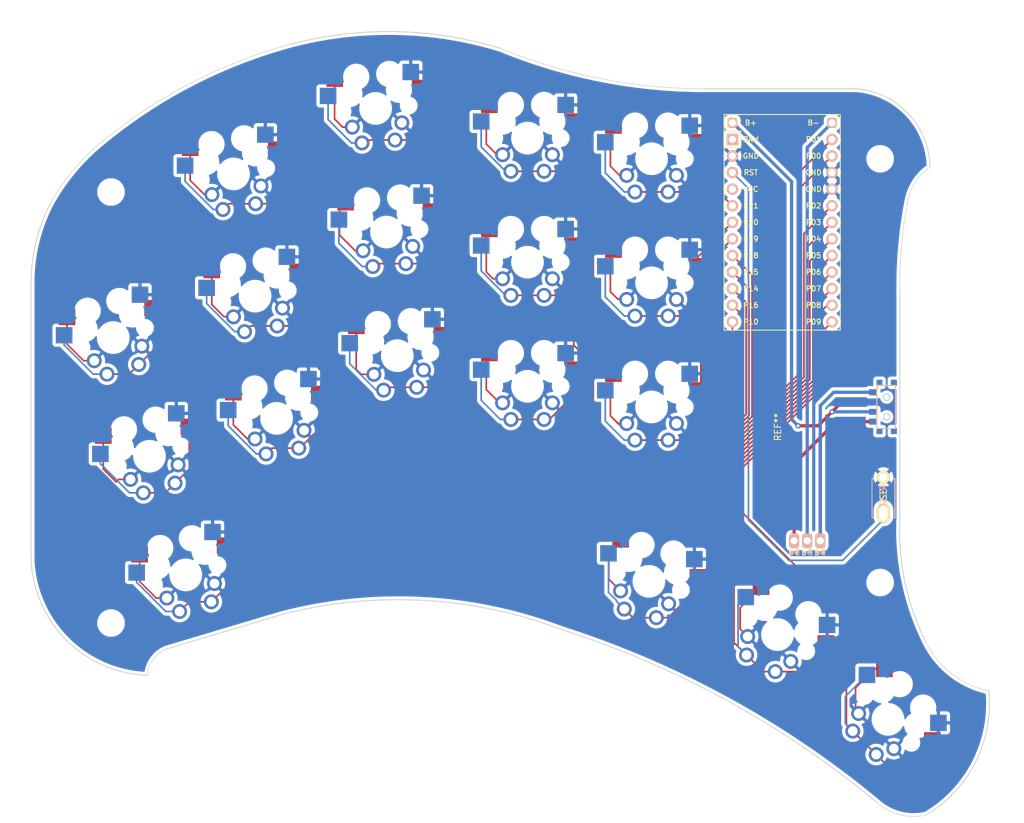
<source format=kicad_pcb>
(kicad_pcb (version 20211014) (generator pcbnew)
  (title_block (title "owl_generated") (rev "v1.0.0") (company "Unknown"))
  (layers (0 "F.Cu" signal) (31 "B.Cu" signal) (34 "B.Paste" user) (35 "F.Paste" user) (36 "B.SilkS" user "B.Silkscreen") (37 "F.SilkS" user "F.Silkscreen") (38 "B.Mask" user) (39 "F.Mask" user) (44 "Edge.Cuts" user))
  (net 0 "")
  (net 1 "P6")
  (net 2 "GND")
  (net 3 "P5")
  (net 4 "P4")
  (net 5 "P3")
  (net 6 "P2")
  (net 7 "P0")
  (net 8 "P1")
  (net 9 "P18")
  (net 10 "P15")
  (net 11 "P14")
  (net 12 "P16")
  (net 13 "P10")
  (net 14 "P19")
  (net 15 "P20")
  (net 16 "P21")
  (net 17 "P7")
  (net 18 "P8")
  (net 19 "P9")
  (net 20 "RAW")
  (net 21 "RST")
  (net 22 "VCC")
  (net 23 "Braw")
  (net 24 "Bplus")
  (net 25 "Bminus")
  (footprint "E73:SPDT_C128955" (layer "F.Cu") (at 169.768682 -74.888168 -90)
    (fp_text reference "T1" hide)
    (fp_text value "" hide)
  )
  (footprint "Library:bat" (layer "F.Cu") (at 157.6 -54.4)
    (fp_text reference "" hide)
    (fp_text value "" hide)
  )
  (footprint "kbd:ResetSW" (layer "F.Cu") (at 169.268682 -60.888168 -90)
    (fp_text reference "B1" hide)
    (fp_text value "")
  )
  (footprint "MX" (layer "F.Cu") (at 56.889875 -67.339581 17)
    (fp_text reference "S3" hide)
    (fp_text value "" hide)
  )
  (footprint "MX" (layer "F.Cu") (at 153.051105 -40.030285 150)
    (fp_text reference "S34" hide)
    (fp_text value "" hide)
  )
  (footprint "MX" (layer "F.Cu") (at 62.444938 -49.16979 -163)
    (fp_text reference "S2" hide)
    (fp_text value "" hide)
  )
  (footprint "MX" (layer "F.Cu") (at 93.172512 -101.668094 5)
    (fp_text reference "S15" hide)
    (fp_text value "" hide)
  )
  (footprint "Library:ProMicro" (layer "F.Cu") (at 153.768682 -101.888168 -90)
    (fp_text reference "MCU1" hide)
    (fp_text value "" hide)
  )
  (footprint "SMDPad" (layer "F.Cu") (at 168.768682 -112.888168)
    (fp_text reference "MOUNTING_PAD2" hide)
    (fp_text value "" hide)
  )
  (footprint "MX" (layer "F.Cu") (at 133.768682 -93.888168 180)
    (fp_text reference "S28" hide)
    (fp_text value "" hide)
  )
  (footprint "MX" (layer "F.Cu") (at 91.516553 -120.595793 -175)
    (fp_text reference "S18" hide)
    (fp_text value "" hide)
  )
  (footprint "MX" (layer "F.Cu") (at 76.359108 -73.143828 10)
    (fp_text reference "S7" hide)
    (fp_text value "" hide)
  )
  (footprint "SMDPad" (layer "F.Cu") (at 168.768682 -48)
    (fp_text reference "MOUNTING_PAD1" hide)
    (fp_text value "" hide)
  )
  (footprint "MX" (layer "F.Cu") (at 133.768682 -93.888168)
    (fp_text reference "S27" hide)
    (fp_text value "" hide)
  )
  (footprint "MX" (layer "F.Cu") (at 133.768682 -74.888168 180)
    (fp_text reference "S26" hide)
    (fp_text value "" hide)
  )
  (footprint "MX" (layer "F.Cu") (at 133.356349 -48.18812 -15)
    (fp_text reference "S31" hide)
    (fp_text value "" hide)
  )
  (footprint "SMDPad" (layer "F.Cu") (at 51 -41.8 -17)
    (fp_text reference "MOUNTING_PAD4" hide)
    (fp_text value "" hide)
  )
  (footprint "MX" (layer "F.Cu") (at 114.768682 -116.054834 180)
    (fp_text reference "S24" hide)
    (fp_text value "" hide)
  )
  (footprint "MX" (layer "F.Cu") (at 51.334813 -85.509371 17)
    (fp_text reference "S5" hide)
    (fp_text value "" hide)
  )
  (footprint "MX" (layer "F.Cu") (at 73.059792 -91.855176 -170)
    (fp_text reference "S10" hide)
    (fp_text value "" hide)
  )
  (footprint "SMDPad" (layer "F.Cu") (at 51 -107.8 -17)
    (fp_text reference "MOUNTING_PAD3" hide)
    (fp_text value "" hide)
  )
  (footprint "MX" (layer "F.Cu") (at 93.172512 -101.668094 -175)
    (fp_text reference "S16" hide)
    (fp_text value "" hide)
  )
  (footprint "MX" (layer "F.Cu") (at 56.889875 -67.339581 -163)
    (fp_text reference "S4" hide)
    (fp_text value "" hide)
  )
  (footprint "MX" (layer "F.Cu") (at 169.963375 -27.053044 135)
    (fp_text reference "S36" hide)
    (fp_text value "" hide)
  )
  (footprint "MX" (layer "F.Cu") (at 114.768682 -97.054834)
    (fp_text reference "S21" hide)
    (fp_text value "" hide)
  )
  (footprint "MX" (layer "F.Cu") (at 153.051105 -40.030285 -30)
    (fp_text reference "S33" hide)
    (fp_text value "" hide)
  )
  (footprint "MX" (layer "F.Cu") (at 133.768682 -112.888168 180)
    (fp_text reference "S30" hide)
    (fp_text value "" hide)
  )
  (footprint "MX" (layer "F.Cu") (at 133.768682 -74.888168)
    (fp_text reference "S25" hide)
    (fp_text value "" hide)
  )
  (footprint "MX" (layer "F.Cu") (at 114.768682 -116.054834)
    (fp_text reference "S23" hide)
    (fp_text value "" hide)
  )
  (footprint "MX" (layer "F.Cu") (at 69.760477 -110.566523 10)
    (fp_text reference "S11" hide)
    (fp_text value "" hide)
  )
  (footprint "MX" (layer "F.Cu") (at 114.768682 -97.054834 180)
    (fp_text reference "S22" hide)
    (fp_text value "" hide)
  )
  (footprint "MX" (layer "F.Cu") (at 73.059792 -91.855176 10)
    (fp_text reference "S9" hide)
    (fp_text value "" hide)
  )
  (footprint "MX" (layer "F.Cu") (at 133.356349 -48.18812 165)
    (fp_text reference "S32" hide)
    (fp_text value "" hide)
  )
  (footprint "MX" (layer "F.Cu") (at 133.768682 -112.888168)
    (fp_text reference "S29" hide)
    (fp_text value "" hide)
  )
  (footprint "MX" (layer "F.Cu") (at 169.963375 -27.053044 -45)
    (fp_text reference "S35" hide)
    (fp_text value "" hide)
  )
  (footprint "MX" (layer "F.Cu") (at 51.334813 -85.509371 -163)
    (fp_text reference "S6" hide)
    (fp_text value "" hide)
  )
  (footprint "MX" (layer "F.Cu") (at 69.760477 -110.566523 -170)
    (fp_text reference "S12" hide)
    (fp_text value "" hide)
  )
  (footprint "MX" (layer "F.Cu") (at 114.768682 -78.054834 180)
    (fp_text reference "S20" hide)
    (fp_text value "" hide)
  )
  (footprint "MX" (layer "F.Cu") (at 91.516553 -120.595793 5)
    (fp_text reference "S17" hide)
    (fp_text value "" hide)
  )
  (footprint "MX" (layer "F.Cu") (at 62.444938 -49.16979 17)
    (fp_text reference "S1" hide)
    (fp_text value "" hide)
  )
  (footprint "MX" (layer "F.Cu") (at 114.768682 -78.054834)
    (fp_text reference "S19" hide)
    (fp_text value "" hide)
  )
  (footprint "MX" (layer "F.Cu") (at 94.828471 -82.740394 5)
    (fp_text reference "S13" hide)
    (fp_text value "" hide)
  )
  (footprint "MX" (layer "F.Cu") (at 76.359108 -73.143828 -170)
    (fp_text reference "S8" hide)
    (fp_text value "" hide)
  )
  (footprint "E73:SPDT_C128955" (layer "F.Cu") (at 169.768682 -74.888168 -90)
    (fp_text reference "T2" hide)
    (fp_text value "" hide)
  )
  (footprint "Library:battery layout" (layer "F.Cu") (at 153.6 -71.8 90)
    (fp_text reference "REF**")
    (fp_text value "battery layout")
  )
  (footprint "MX" (layer "F.Cu") (at 94.828471 -82.740394 -175)
    (fp_text reference "S14" hide)
    (fp_text value "" hide)
  )
  (gr_arc (start 185.4 -31.4) (mid 179.752958 -34.001135) (end 175.8 -38.8) (layer "Edge.Cuts") (width 0.1))
  (gr_arc (start 171.768682 -92.8) (mid 172.049729 -99.630295) (end 173 -106.4) (layer "Edge.Cuts") (width 0.1))
  (gr_line (start 38.768682 -90.356114) (end 38.768682 -52.8) (layer "Edge.Cuts") (width 0.15))
  (gr_arc (start 76.8 -43) (mid 98.572502 -45.287309) (end 120 -40.8) (layer "Edge.Cuts") (width 0.15))
  (gr_line (start 38.768682 -93.8) (end 38.768682 -92.03172) (layer "Edge.Cuts") (width 0.15))
  (gr_arc (start 141.8 -123.6) (mid 125.899309 -125.186844) (end 110.6 -129.8) (layer "Edge.Cuts") (width 0.1))
  (gr_arc (start 41.8 -106.2) (mid 44.931351 -110.800064) (end 48.8 -114.8) (layer "Edge.Cuts") (width 0.1))
  (gr_arc (start 38.768682 -93.8) (mid 39.521849 -100.1864) (end 41.8 -106.2) (layer "Edge.Cuts") (width 0.15))
  (gr_arc (start 120 -40.8) (mid 145.364718 -29.909068) (end 168.2 -14.4) (layer "Edge.Cuts") (width 0.15))
  (gr_arc (start 175.8 -38.8) (mid 172.573527 -48.043096) (end 171.768682 -57.8) (layer "Edge.Cuts") (width 0.15))
  (gr_arc (start 56.6 -33.8) (mid 43.750353 -39.609512) (end 38.768682 -52.8) (layer "Edge.Cuts") (width 0.15))
  (gr_line (start 59.4 -37.8) (end 76.8 -43) (layer "Edge.Cuts") (width 0.15))
  (gr_arc (start 48.8 -114.8) (mid 62.743036 -124.226035) (end 78.4 -130.4) (layer "Edge.Cuts") (width 0.1))
  (gr_line (start 171.768682 -57.8) (end 171.768682 -92.8) (layer "Edge.Cuts") (width 0.15))
  (gr_arc (start 78.4 -130.4) (mid 94.537786 -132.356495) (end 110.6 -129.8) (layer "Edge.Cuts") (width 0.15))
  (gr_arc (start 175.8 -12.4) (mid 171.752461 -12.459353) (end 168.2 -14.4) (layer "Edge.Cuts") (width 0.1))
  (gr_line (start 38.768682 -90.356114) (end 38.768682 -92.03172) (layer "Edge.Cuts") (width 0.15))
  (gr_arc (start 185.4 -31.4) (mid 183.375531 -20.497626) (end 175.8 -12.4) (layer "Edge.Cuts") (width 0.15))
  (gr_arc (start 173 -106.4) (mid 174.170522 -109.346197) (end 176.4 -111.6) (layer "Edge.Cuts") (width 0.1))
  (gr_arc (start 165.2 -123.6) (mid 173.115141 -119.760798) (end 176.4 -111.6) (layer "Edge.Cuts") (width 0.15))
  (gr_arc (start 56.6 -33.8) (mid 57.428682 -36.199923) (end 59.4 -37.8) (layer "Edge.Cuts") (width 0.1))
  (gr_line (start 165.2 -123.6) (end 141.8 -123.6) (layer "Edge.Cuts") (width 0.15))
  (segment (start 68.477733 -52.122267) (end 70 -50.6) (width 0.25) (layer "F.Cu") (net 1))
  (segment (start 140.800356 -60.6) (end 158.9 -78.699644) (width 0.25) (layer "F.Cu") (net 1))
  (segment (start 68.477733 -54.077733) (end 75 -60.6) (width 0.25) (layer "F.Cu") (net 1))
  (segment (start 158.9 -78.699644) (end 158.9 -93.049486) (width 0.25) (layer "F.Cu") (net 1))
  (segment (start 70 -48.695186) (end 66.3592 -45.054386) (width 0.25) (layer "F.Cu") (net 1))
  (segment (start 158.9 -93.049486) (end 161.388682 -95.538168) (width 0.25) (layer "F.Cu") (net 1))
  (segment (start 66.3592 -45.054386) (end 62.98642 -45.054386) (width 0.25) (layer "F.Cu") (net 1))
  (segment (start 70 -50.6) (end 70 -48.695186) (width 0.25) (layer "F.Cu") (net 1))
  (segment (start 75 -60.6) (end 140.800356 -60.6) (width 0.25) (layer "F.Cu") (net 1))
  (segment (start 62.98642 -45.054386) (end 61.501172 -43.569138) (width 0.25) (layer "F.Cu") (net 1))
  (segment (start 68.477733 -53.670258) (end 68.477733 -54.077733) (width 0.25) (layer "F.Cu") (net 1))
  (segment (start 68.477733 -53.670258) (end 68.477733 -52.122267) (width 0.25) (layer "F.Cu") (net 1))
  (segment (start 59.385108 -43.569138) (end 61.501172 -43.569138) (width 0.25) (layer "B.Cu") (net 1))
  (segment (start 54.926895 -48.027351) (end 59.385108 -43.569138) (width 0.25) (layer "B.Cu") (net 1))
  (segment (start 54.926895 -49.527351) (end 54.926895 -48.027351) (width 0.25) (layer "B.Cu") (net 1))
  (segment (start 127.223545 -48.515995) (end 129.018771 -46.720769) (width 0.25) (layer "F.Cu") (net 2))
  (segment (start 165 -31.876504) (end 165 -28.424317) (width 0.25) (layer "F.Cu") (net 2))
  (segment (start 57.910926 -45.62684) (end 59.544041 -45.62684) (width 0.25) (layer "F.Cu") (net 2))
  (segment (start 147.338548 -44.157457) (end 150.531785 -47.350694) (width 0.25) (layer "F.Cu") (net 2))
  (segment (start 88.56595 -87.291899) (end 88.541901 -87.26785) (width 0.25) (layer "F.Cu") (net 2))
  (segment (start 148.481548 -39.73558) (end 147.338548 -40.87858) (width 0.25) (layer "F.Cu") (net 2))
  (segment (start 85.229983 -118.970017) (end 86.466605 -117.733395) (width 0.25) (layer "F.Cu") (net 2))
  (segment (start 89.322004 -79.877996) (end 91.254345 -79.877996) (width 0.25) (layer "F.Cu") (net 2))
  (segment (start 128.5 -72.5) (end 128.8 -72.2) (width 0.25) (layer "F.Cu") (net 2))
  (segment (start 86 -105.309608) (end 86 -101.2) (width 0.25) (layer "F.Cu") (net 2))
  (segment (start 44.262832 -84.50439) (end 46.800801 -81.966421) (width 0.25) (layer "F.Cu") (net 2))
  (segment (start 127.462781 -92.537219) (end 128.6 -91.4) (width 0.25) (layer "F.Cu") (net 2))
  (segment (start 128.651832 -72.348168) (end 129.958682 -72.348168) (width 0.25) (layer "F.Cu") (net 2))
  (segment (start 88.541901 -87.26785) (end 88.541901 -80.658099) (width 0.25) (layer "F.Cu") (net 2))
  (segment (start 127.223545 -52.802378) (end 127.223545 -48.515995) (width 0.25) (layer "F.Cu") (net 2))
  (segment (start 128.5 -72.5) (end 128.651832 -72.348168) (width 0.25) (layer "F.Cu") (net 2))
  (segment (start 108.462781 -120.670933) (end 108.462781 -115.137219) (width 0.25) (layer "F.Cu") (net 2))
  (segment (start 108.462781 -77.547049) (end 110.494996 -75.514834) (width 0.25) (layer "F.Cu") (net 2))
  (segment (start 127.462781 -73.537219) (end 128.5 -72.5) (width 0.25) (layer "F.Cu") (net 2))
  (segment (start 108.926682 -83.134834) (end 108.462781 -82.670933) (width 0.25) (layer "F.Cu") (net 2))
  (segment (start 86.466605 -117.733395) (end 87.942427 -117.733395) (width 0.25) (layer "F.Cu") (net 2))
  (segment (start 69.723728 -77.132199) (end 69.723728 -72.160566) (width 0.25) (layer "F.Cu") (net 2))
  (segment (start 46.800801 -81.966421) (end 48.433916 -81.966421) (width 0.25) (layer "F.Cu") (net 2))
  (segment (start 55.372957 -52.319783) (end 55.372957 -48.164809) (width 0.25) (layer "F.Cu") (net 2))
  (segment (start 65.304846 -107.403512) (end 66.449426 -107.403512) (width 0.25) (layer "F.Cu") (net 2))
  (segment (start 165 -28.424317) (end 165.473247 -27.95107) (width 0.25) (layer "F.Cu") (net 2))
  (segment (start 147.338548 -40.87858) (end 147.338548 -44.157457) (width 0.25) (layer "F.Cu") (net 2))
  (segment (start 129.90685 -91.4) (end 129.958682 -91.348168) (width 0.25) (layer "F.Cu") (net 2))
  (segment (start 127.462781 -79.504267) (end 127.462781 -73.537219) (width 0.25) (layer "F.Cu") (net 2))
  (segment (start 49.817894 -70.489574) (end 49.817894 -65.382106) (width 0.25) (layer "F.Cu") (net 2))
  (segment (start 108.926682 -121.134834) (end 108.462781 -120.670933) (width 0.25) (layer "F.Cu") (net 2))
  (segment (start 127.462781 -111.737219) (end 128.8 -110.4) (width 0.25) (layer "F.Cu") (net 2))
  (segment (start 52.196631 -63.796631) (end 53.988978 -63.796631) (width 0.25) (layer "F.Cu") (net 2))
  (segment (start 85.254032 -125.147298) (end 85.229983 -125.123249) (width 0.25) (layer "F.Cu") (net 2))
  (segment (start 71.903477 -69.980817) (end 73.048057 -69.980817) (width 0.25) (layer "F.Cu") (net 2))
  (segment (start 129.028211 -54.607044) (end 127.223545 -52.802378) (width 0.25) (layer "F.Cu") (net 2))
  (segment (start 110.494996 -75.514834) (end 110.958682 -75.514834) (width 0.25) (layer "F.Cu") (net 2))
  (segment (start 44.262832 -88.659364) (end 44.262832 -84.50439) (width 0.25) (layer "F.Cu") (net 2))
  (segment (start 108.462781 -115.137219) (end 110.085166 -113.514834) (width 0.25) (layer "F.Cu") (net 2))
  (segment (start 109.485166 -94.514834) (end 110.958682 -94.514834) (width 0.25) (layer "F.Cu") (net 2))
  (segment (start 110.085166 -113.514834) (end 110.958682 -113.514834) (width 0.25) (layer "F.Cu") (net 2))
  (segment (start 88.541901 -80.658099) (end 89.322004 -79.877996) (width 0.25) (layer "F.Cu") (net 2))
  (segment (start 127.462781 -98.504267) (end 127.462781 -92.537219) (width 0.25) (layer "F.Cu") (net 2))
  (segment (start 66.424412 -95.843547) (end 66.424412 -90.575588) (width 0.25) (layer "F.Cu") (net 2))
  (segment (start 86 -101.2) (end 88.394304 -98.805696) (width 0.25) (layer "F.Cu") (net 2))
  (segment (start 55.372957 -48.164809) (end 57.910926 -45.62684) (width 0.25) (layer "F.Cu") (net 2))
  (segment (start 108.926682 -102.134834) (end 108.462781 -101.670933) (width 0.25) (layer "F.Cu") (net 2))
  (segment (start 68.307835 -88.692165) (end 69.748741 -88.692165) (width 0.25) (layer "F.Cu") (net 2))
  (segment (start 86.909991 -106.219599) (end 86 -105.309608) (width 0.25) (layer "F.Cu") (net 2))
  (segment (start 169.42456 -34.776064) (end 167.89956 -34.776064) (width 0.25) (layer "F.Cu") (net 2))
  (segment (start 108.462781 -82.670933) (end 108.462781 -77.547049) (width 0.25) (layer "F.Cu") (net 2))
  (segment (start 85.229983 -125.123249) (end 85.229983 -118.970017) (width 0.25) (layer "F.Cu") (net 2))
  (segment (start 88.394304 -98.805696) (end 89.598386 -98.805696) (width 0.25) (layer "F.Cu") (net 2))
  (segment (start 128.6 -91.4) (end 129.90685 -91.4) (width 0.25) (layer "F.Cu") (net 2))
  (segment (start 63.125097 -114.554894) (end 63.125097 -109.583261) (width 0.25) (layer "F.Cu") (net 2))
  (segment (start 49.817894 -65.382106) (end 51.8 -63.4) (width 0.25) (layer "F.Cu") (net 2))
  (segment (start 127.926682 -79.968168) (end 127.462781 -79.504267) (width 0.25) (layer "F.Cu") (net 2))
  (segment (start 167.89956 -34.776064) (end 165 -31.876504) (width 0.25) (layer "F.Cu") (net 2))
  (segment (start 127.926682 -98.968168) (end 127.462781 -98.504267) (width 0.25) (layer "F.Cu") (net 2))
  (segment (start 127.926682 -117.968168) (end 127.462781 -117.504267) (width 0.25) (layer "F.Cu") (net 2))
  (segment (start 51.8 -63.4) (end 52.196631 -63.796631) (width 0.25) (layer "F.Cu") (net 2))
  (segment (start 66.424412 -90.575588) (end 68.307835 -88.692165) (width 0.25) (layer "F.Cu") (net 2))
  (segment (start 69.723728 -72.160566) (end 71.903477 -69.980817) (width 0.25) (layer "F.Cu") (net 2))
  (segment (start 108.462781 -95.537219) (end 109.485166 -94.514834) (width 0.25) (layer "F.Cu") (net 2))
  (segment (start 108.462781 -101.670933) (end 108.462781 -95.537219) (width 0.25) (layer "F.Cu") (net 2))
  (segment (start 127.462781 -117.504267) (end 127.462781 -111.737219) (width 0.25) (layer "F.Cu") (net 2))
  (segment (start 63.125097 -109.583261) (end 65.304846 -107.403512) (width 0.25) (layer "F.Cu") (net 2))
  (segment (start 62.973804 -65.393844) (end 60.804137 -63.224177) (width 0.25) (layer "F.Cu") (net 3))
  (segment (start 59.318889 -61.738929) (end 55.946109 -61.738929) (width 0.25) (layer "F.Cu") (net 3))
  (segment (start 62.92267 -71.840049) (end 62.973804 -71.788915) (width 0.25) (layer "F.Cu") (net 3))
  (segment (start 158.45 -78.88604) (end 158.45 -95.139486) (width 0.25) (layer "F.Cu") (net 3))
  (segment (start 73.712719 -61.05) (end 140.61396 -61.05) (width 0.25) (layer "F.Cu") (net 3))
  (segment (start 60.804137 -63.224177) (end 59.318889 -61.738929) (width 0.25) (layer "F.Cu") (net 3))
  (segment (start 158.45 -95.139486) (end 161.388682 -98.078168) (width 0.25) (layer "F.Cu") (net 3))
  (segment (start 62.973804 -71.788915) (end 62.973804 -65.393844) (width 0.25) (layer "F.Cu") (net 3))
  (segment (start 62.92267 -71.840049) (end 73.712719 -61.05) (width 0.25) (layer "F.Cu") (net 3))
  (segment (start 140.61396 -61.05) (end 158.45 -78.88604) (width 0.25) (layer "F.Cu") (net 3))
  (segment (start 49.371832 -67.697142) (end 49.371832 -66.197142) (width 0.25) (layer "B.Cu") (net 3))
  (segment (start 49.371832 -66.197142) (end 53.830045 -61.738929) (width 0.25) (layer "B.Cu") (net 3))
  (segment (start 53.830045 -61.738929) (end 55.946109 -61.738929) (width 0.25) (layer "B.Cu") (net 3))
  (segment (start 140.427564 -61.5) (end 158 -79.072436) (width 0.25) (layer "F.Cu") (net 4))
  (segment (start 58.4 -84.544892) (end 55.249075 -81.393967) (width 0.25) (layer "F.Cu") (net 4))
  (segment (start 57.367608 -88.432392) (end 58.4 -87.4) (width 0.25) (layer "F.Cu") (net 4))
  (segment (start 55.249075 -81.393967) (end 53.763827 -79.908719) (width 0.25) (layer "F.Cu") (net 4))
  (segment (start 73.899115 -61.5) (end 140.427564 -61.5) (width 0.25) (layer "F.Cu") (net 4))
  (segment (start 53.763827 -79.908719) (end 50.391047 -79.908719) (width 0.25) (layer "F.Cu") (net 4))
  (segment (start 58.4 -87.4) (end 58.4 -84.544892) (width 0.25) (layer "F.Cu") (net 4))
  (segment (start 158 -97.229486) (end 161.388682 -100.618168) (width 0.25) (layer "F.Cu") (net 4))
  (segment (start 65.4 -81.977447) (end 65.4 -69.999115) (width 0.25) (layer "F.Cu") (net 4))
  (segment (start 65.4 -69.999115) (end 73.899115 -61.5) (width 0.25) (layer "F.Cu") (net 4))
  (segment (start 57.367608 -90.009839) (end 57.367608 -88.432392) (width 0.25) (layer "F.Cu") (net 4))
  (segment (start 57.367608 -90.009839) (end 65.4 -81.977447) (width 0.25) (layer "F.Cu") (net 4))
  (segment (start 158 -79.072436) (end 158 -97.229486) (width 0.25) (layer "F.Cu") (net 4))
  (segment (start 48.274983 -79.908719) (end 50.391047 -79.908719) (width 0.25) (layer "B.Cu") (net 4))
  (segment (start 43.81677 -85.866932) (end 43.81677 -84.366932) (width 0.25) (layer "B.Cu") (net 4))
  (segment (start 43.81677 -84.366932) (end 48.274983 -79.908719) (width 0.25) (layer "B.Cu") (net 4))
  (segment (start 79.742652 -68.582071) (end 75.621962 -68.582071) (width 0.25) (layer "F.Cu") (net 5))
  (segment (start 140.241168 -61.95) (end 157.55 -79.258832) (width 0.25) (layer "F.Cu") (net 5))
  (segment (start 157.55 -99.319486) (end 161.388682 -103.158168) (width 0.25) (layer "F.Cu") (net 5))
  (segment (start 82.895405 -71.571063) (end 79.906413 -68.582071) (width 0.25) (layer "F.Cu") (net 5))
  (segment (start 86.2 -61.95) (end 140.241168 -61.95) (width 0.25) (layer "F.Cu") (net 5))
  (segment (start 82.895405 -65.254595) (end 86.2 -61.95) (width 0.25) (layer "F.Cu") (net 5))
  (segment (start 75.621962 -68.582071) (end 74.739829 -67.699938) (width 0.25) (layer "F.Cu") (net 5))
  (segment (start 79.906413 -68.582071) (end 79.742652 -68.582071) (width 0.25) (layer "F.Cu") (net 5))
  (segment (start 157.55 -79.258832) (end 157.55 -99.319486) (width 0.25) (layer "F.Cu") (net 5))
  (segment (start 82.895405 -76.875537) (end 82.895405 -65.254595) (width 0.25) (layer "F.Cu") (net 5))
  (segment (start 82.895405 -76.875537) (end 82.895405 -71.571063) (width 0.25) (layer "F.Cu") (net 5))
  (segment (start 68.940679 -74.414942) (end 68.940679 -72.012129) (width 0.25) (layer "B.Cu") (net 5))
  (segment (start 73.25287 -67.699938) (end 74.739829 -67.699938) (width 0.25) (layer "B.Cu") (net 5))
  (segment (start 68.940679 -72.012129) (end 73.25287 -67.699938) (width 0.25) (layer "B.Cu") (net 5))
  (segment (start 79.596089 -84.003911) (end 85.2 -78.4) (width 0.25) (layer "F.Cu") (net 6))
  (segment (start 85.2 -78.4) (end 85.2 -63.586396) (width 0.25) (layer "F.Cu") (net 6))
  (segment (start 86.386396 -62.4) (end 140.054772 -62.4) (width 0.25) (layer "F.Cu") (net 6))
  (segment (start 140.054772 -62.4) (end 157.1 -79.445228) (width 0.25) (layer "F.Cu") (net 6))
  (segment (start 76.443336 -87.293419) (end 72.322646 -87.293419) (width 0.25) (layer "F.Cu") (net 6))
  (segment (start 78.059782 -87.293419) (end 76.443336 -87.293419) (width 0.25) (layer "F.Cu") (net 6))
  (segment (start 72.322646 -87.293419) (end 71.440513 -86.411286) (width 0.25) (layer "F.Cu") (net 6))
  (segment (start 79.596089 -95.586885) (end 79.596089 -84.003911) (width 0.25) (layer "F.Cu") (net 6))
  (segment (start 157.1 -101.409486) (end 161.388682 -105.698168) (width 0.25) (layer "F.Cu") (net 6))
  (segment (start 79.596089 -88.829726) (end 78.059782 -87.293419) (width 0.25) (layer "F.Cu") (net 6))
  (segment (start 85.2 -63.586396) (end 86.386396 -62.4) (width 0.25) (layer "F.Cu") (net 6))
  (segment (start 79.596089 -95.586885) (end 79.596089 -88.829726) (width 0.25) (layer "F.Cu") (net 6))
  (segment (start 157.1 -79.445228) (end 157.1 -101.409486) (width 0.25) (layer "F.Cu") (net 6))
  (segment (start 65.641363 -90.723477) (end 69.953554 -86.411286) (width 0.25) (layer "B.Cu") (net 6))
  (segment (start 69.953554 -86.411286) (end 71.440513 -86.411286) (width 0.25) (layer "B.Cu") (net 6))
  (segment (start 65.641363 -93.12629) (end 65.641363 -90.723477) (width 0.25) (layer "B.Cu") (net 6))
  (segment (start 76.296774 -105.303226) (end 82 -99.6) (width 0.25) (layer "F.Cu") (net 7))
  (segment (start 156.6 -108.529486) (end 161.388682 -113.318168) (width 0.25) (layer "F.Cu") (net 7))
  (segment (start 76.296774 -114.298232) (end 76.296774 -105.303226) (width 0.25) (layer "F.Cu") (net 7))
  (segment (start 76.296774 -107.541073) (end 74.760467 -106.004766) (width 0.25) (layer "F.Cu") (net 7))
  (segment (start 139.868376 -62.85) (end 156.6 -79.581624) (width 0.25) (layer "F.Cu") (net 7))
  (segment (start 82 -82.236396) (end 85.65 -78.586396) (width 0.25) (layer "F.Cu") (net 7))
  (segment (start 74.760467 -106.004766) (end 73.144021 -106.004766) (width 0.25) (layer "F.Cu") (net 7))
  (segment (start 86.572792 -62.85) (end 139.868376 -62.85) (width 0.25) (layer "F.Cu") (net 7))
  (segment (start 85.65 -63.772792) (end 86.572792 -62.85) (width 0.25) (layer "F.Cu") (net 7))
  (segment (start 82 -99.6) (end 82 -82.236396) (width 0.25) (layer "F.Cu") (net 7))
  (segment (start 85.65 -78.586396) (end 85.65 -63.772792) (width 0.25) (layer "F.Cu") (net 7))
  (segment (start 69.023331 -106.004766) (end 68.141198 -105.122633) (width 0.25) (layer "F.Cu") (net 7))
  (segment (start 76.296774 -114.298232) (end 76.296774 -107.541073) (width 0.25) (layer "F.Cu") (net 7))
  (segment (start 156.6 -79.581624) (end 156.6 -108.529486) (width 0.25) (layer "F.Cu") (net 7))
  (segment (start 73.144021 -106.004766) (end 69.023331 -106.004766) (width 0.25) (layer "F.Cu") (net 7))
  (segment (start 62.342048 -111.837637) (end 62.342048 -109.434824) (width 0.25) (layer "B.Cu") (net 7))
  (segment (start 62.342048 -109.434824) (end 66.654239 -105.122633) (width 0.25) (layer "B.Cu") (net 7))
  (segment (start 66.654239 -105.122633) (end 68.141198 -105.122633) (width 0.25) (layer "B.Cu") (net 7))
  (segment (start 93.18364 -77.901101) (end 92.740888 -77.458349) (width 0.25) (layer "F.Cu") (net 8))
  (segment (start 101.665135 -80.148233) (end 99.418003 -77.901101) (width 0.25) (layer "F.Cu") (net 8))
  (segment (start 156.15 -79.76802) (end 156.15 -110.619486) (width 0.25) (layer "F.Cu") (net 8))
  (segment (start 106.6 -63.3) (end 139.68198 -63.3) (width 0.25) (layer "F.Cu") (net 8))
  (segment (start 97.801557 -77.901101) (end 93.18364 -77.901101) (width 0.25) (layer "F.Cu") (net 8))
  (segment (start 99.418003 -77.901101) (end 97.801557 -77.901101) (width 0.25) (layer "F.Cu") (net 8))
  (segment (start 101.665135 -85.888227) (end 101.665135 -68.234865) (width 0.25) (layer "F.Cu") (net 8))
  (segment (start 156.15 -110.619486) (end 161.388682 -115.858168) (width 0.25) (layer "F.Cu") (net 8))
  (segment (start 139.68198 -63.3) (end 156.15 -79.76802) (width 0.25) (layer "F.Cu") (net 8))
  (segment (start 101.665135 -85.888227) (end 101.665135 -80.148233) (width 0.25) (layer "F.Cu") (net 8))
  (segment (start 101.665135 -68.234865) (end 106.6 -63.3) (width 0.25) (layer "F.Cu") (net 8))
  (segment (start 87.549056 -81.507219) (end 91.597926 -77.458349) (width 0.25) (layer "B.Cu") (net 8))
  (segment (start 87.549056 -84.65323) (end 87.549056 -81.507219) (width 0.25) (layer "B.Cu") (net 8))
  (segment (start 91.597926 -77.458349) (end 92.740888 -77.458349) (width 0.25) (layer "B.Cu") (net 8))
  (segment (start 149.15 -95.07685) (end 146.148682 -98.078168) (width 0.25) (layer "F.Cu") (net 9))
  (segment (start 149.15 -73.404416) (end 149.15 -95.07685) (width 0.25) (layer "F.Cu") (net 9))
  (segment (start 139.495584 -63.75) (end 149.15 -73.404416) (width 0.25) (layer "F.Cu") (net 9))
  (segment (start 100.009176 -104.815927) (end 100.009176 -99.075933) (width 0.25) (layer "F.Cu") (net 9))
  (segment (start 100.009176 -92.390824) (end 104 -88.4) (width 0.25) (layer "F.Cu") (net 9))
  (segment (start 97.762044 -96.828801) (end 96.145598 -96.828801) (width 0.25) (layer "F.Cu") (net 9))
  (segment (start 106.786396 -63.75) (end 139.495584 -63.75) (width 0.25) (layer "F.Cu") (net 9))
  (segment (start 104 -88.4) (end 104 -66.536396) (width 0.25) (layer "F.Cu") (net 9))
  (segment (start 96.145598 -96.828801) (end 91.527681 -96.828801) (width 0.25) (layer "F.Cu") (net 9))
  (segment (start 100.009176 -104.815927) (end 100.009176 -92.390824) (width 0.25) (layer "F.Cu") (net 9))
  (segment (start 100.009176 -99.075933) (end 97.762044 -96.828801) (width 0.25) (layer "F.Cu") (net 9))
  (segment (start 91.527681 -96.828801) (end 91.084929 -96.386049) (width 0.25) (layer "F.Cu") (net 9))
  (segment (start 104 -66.536396) (end 106.786396 -63.75) (width 0.25) (layer "F.Cu") (net 9))
  (segment (start 89.468483 -96.386049) (end 91.084929 -96.386049) (width 0.25) (layer "B.Cu") (net 9))
  (segment (start 85.893097 -99.961435) (end 89.468483 -96.386049) (width 0.25) (layer "B.Cu") (net 9))
  (segment (start 85.893097 -103.58093) (end 85.893097 -99.961435) (width 0.25) (layer "B.Cu") (net 9))
  (segment (start 106.972792 -64.2) (end 139.309188 -64.2) (width 0.25) (layer "F.Cu") (net 10))
  (segment (start 148.7 -92.98685) (end 146.148682 -95.538168) (width 0.25) (layer "F.Cu") (net 10))
  (segment (start 104.45 -66.722792) (end 106.972792 -64.2) (width 0.25) (layer "F.Cu") (net 10))
  (segment (start 96.106085 -115.7565) (end 94.489639 -115.7565) (width 0.25) (layer "F.Cu") (net 10))
  (segment (start 102 -109.04813) (end 102 -91.036396) (width 0.25) (layer "F.Cu") (net 10))
  (segment (start 94.489639 -115.7565) (end 89.871722 -115.7565) (width 0.25) (layer "F.Cu") (net 10))
  (segment (start 98.353217 -123.743626) (end 98.353217 -112.694913) (width 0.25) (layer "F.Cu") (net 10))
  (segment (start 98.353217 -118.003632) (end 96.106085 -115.7565) (width 0.25) (layer "F.Cu") (net 10))
  (segment (start 104.45 -88.586396) (end 104.45 -66.722792) (width 0.25) (layer "F.Cu") (net 10))
  (segment (start 148.7 -73.590812) (end 148.7 -92.98685) (width 0.25) (layer "F.Cu") (net 10))
  (segment (start 98.353217 -123.743626) (end 98.353217 -118.003632) (width 0.25) (layer "F.Cu") (net 10))
  (segment (start 98.353217 -112.694913) (end 102 -109.04813) (width 0.25) (layer "F.Cu") (net 10))
  (segment (start 89.871722 -115.7565) (end 89.42897 -115.313748) (width 0.25) (layer "F.Cu") (net 10))
  (segment (start 139.309188 -64.2) (end 148.7 -73.590812) (width 0.25) (layer "F.Cu") (net 10))
  (segment (start 102 -91.036396) (end 104.45 -88.586396) (width 0.25) (layer "F.Cu") (net 10))
  (segment (start 87.812524 -115.313748) (end 89.42897 -115.313748) (width 0.25) (layer "B.Cu") (net 10))
  (segment (start 84.237138 -122.508629) (end 84.237138 -118.889134) (width 0.25) (layer "B.Cu") (net 10))
  (segment (start 84.237138 -118.889134) (end 87.812524 -115.313748) (width 0.25) (layer "B.Cu") (net 10))
  (segment (start 148.25 -90.89685) (end 146.148682 -92.998168) (width 0.25) (layer "F.Cu") (net 11))
  (segment (start 117.308682 -72.974834) (end 112.228682 -72.974834) (width 0.25) (layer "F.Cu") (net 11))
  (segment (start 126.4 -64.65) (end 139.122792 -64.65) (width 0.25) (layer "F.Cu") (net 11))
  (segment (start 118.114748 -72.974834) (end 117.308682 -72.974834) (width 0.25) (layer "F.Cu") (net 11))
  (segment (start 121.853682 -80.594834) (end 121.853682 -69.196318) (width 0.25) (layer "F.Cu") (net 11))
  (segment (start 121.853682 -76.713768) (end 118.114748 -72.974834) (width 0.25) (layer "F.Cu") (net 11))
  (segment (start 139.122792 -64.65) (end 148.25 -73.777208) (width 0.25) (layer "F.Cu") (net 11))
  (segment (start 148.25 -73.777208) (end 148.25 -90.89685) (width 0.25) (layer "F.Cu") (net 11))
  (segment (start 121.853682 -80.594834) (end 121.853682 -76.713768) (width 0.25) (layer "F.Cu") (net 11))
  (segment (start 121.853682 -69.196318) (end 126.4 -64.65) (width 0.25) (layer "F.Cu") (net 11))
  (segment (start 107.683682 -75.903388) (end 110.612236 -72.974834) (width 0.25) (layer "B.Cu") (net 11))
  (segment (start 110.612236 -72.974834) (end 112.228682 -72.974834) (width 0.25) (layer "B.Cu") (net 11))
  (segment (start 107.683682 -80.594834) (end 107.683682 -75.903388) (width 0.25) (layer "B.Cu") (net 11))
  (segment (start 124.4 -67.286396) (end 126.586396 -65.1) (width 0.25) (layer "F.Cu") (net 12))
  (segment (start 121.853682 -99.594834) (end 121.853682 -94.903388) (width 0.25) (layer "F.Cu") (net 12))
  (segment (start 118.925128 -91.974834) (end 117.308682 -91.974834) (width 0.25) (layer "F.Cu") (net 12))
  (segment (start 121.853682 -99.594834) (end 121.853682 -84.346318) (width 0.25) (layer "F.Cu") (net 12))
  (segment (start 147.8 -73.963604) (end 147.8 -88.80685) (width 0.25) (layer "F.Cu") (net 12))
  (segment (start 121.853682 -84.346318) (end 124.4 -81.8) (width 0.25) (layer "F.Cu") (net 12))
  (segment (start 147.8 -88.80685) (end 146.148682 -90.458168) (width 0.25) (layer "F.Cu") (net 12))
  (segment (start 124.4 -81.8) (end 124.4 -67.286396) (width 0.25) (layer "F.Cu") (net 12))
  (segment (start 126.586396 -65.1) (end 138.936396 -65.1) (width 0.25) (layer "F.Cu") (net 12))
  (segment (start 121.853682 -94.903388) (end 118.925128 -91.974834) (width 0.25) (layer "F.Cu") (net 12))
  (segment (start 117.308682 -91.974834) (end 112.228682 -91.974834) (width 0.25) (layer "F.Cu") (net 12))
  (segment (start 138.936396 -65.1) (end 147.8 -73.963604) (width 0.25) (layer "F.Cu") (net 12))
  (segment (start 111.422616 -91.974834) (end 112.228682 -91.974834) (width 0.25) (layer "B.Cu") (net 12))
  (segment (start 107.683682 -99.594834) (end 107.683682 -95.713768) (width 0.25) (layer "B.Cu") (net 12))
  (segment (start 107.683682 -95.713768) (end 111.422616 -91.974834) (width 0.25) (layer "B.Cu") (net 12))
  (segment (start 121.853682 -104.146318) (end 124.85 -101.15) (width 0.25) (layer "F.Cu") (net 13))
  (segment (start 124.85 -101.15) (end 124.85 -67.472792) (width 0.25) (layer "F.Cu") (net 13))
  (segment (start 126.772792 -65.55) (end 138.75 -65.55) (width 0.25) (layer "F.Cu") (net 13))
  (segment (start 121.853682 -118.594834) (end 121.853682 -104.146318) (width 0.25) (layer "F.Cu") (net 13))
  (segment (start 138.75 -65.55) (end 146.148682 -72.948682) (width 0.25) (layer "F.Cu") (net 13))
  (segment (start 121.853682 -113.903388) (end 118.925128 -110.974834) (width 0.25) (layer "F.Cu") (net 13))
  (segment (start 146.148682 -72.948682) (end 146.148682 -87.918168) (width 0.25) (layer "F.Cu") (net 13))
  (segment (start 118.925128 -110.974834) (end 117.308682 -110.974834) (width 0.25) (layer "F.Cu") (net 13))
  (segment (start 124.85 -67.472792) (end 126.772792 -65.55) (width 0.25) (layer "F.Cu") (net 13))
  (segment (start 117.308682 -110.974834) (end 112.228682 -110.974834) (width 0.25) (layer "F.Cu") (net 13))
  (segment (start 121.853682 -118.594834) (end 121.853682 -113.903388) (width 0.25) (layer "F.Cu") (net 13))
  (segment (start 107.683682 -118.594834) (end 107.683682 -114.713768) (width 0.25) (layer "B.Cu") (net 13))
  (segment (start 111.422616 -110.974834) (end 112.228682 -110.974834) (width 0.25) (layer "B.Cu") (net 13))
  (segment (start 107.683682 -114.713768) (end 111.422616 -110.974834) (width 0.25) (layer "B.Cu") (net 13))
  (segment (start 143.8 -98.269486) (end 146.148682 -100.618168) (width 0.25) (layer "F.Cu") (net 14))
  (segment (start 141.303682 -77.878168) (end 141.303682 -89.103682) (width 0.25) (layer "F.Cu") (net 14))
  (segment (start 137.925128 -69.808168) (end 136.308682 -69.808168) (width 0.25) (layer "F.Cu") (net 14))
  (segment (start 140.853682 -72.736722) (end 137.925128 -69.808168) (width 0.25) (layer "F.Cu") (net 14))
  (segment (start 141.303682 -89.103682) (end 143.8 -91.6) (width 0.25) (layer "F.Cu") (net 14))
  (segment (start 143.8 -91.6) (end 143.8 -98.269486) (width 0.25) (layer "F.Cu") (net 14))
  (segment (start 136.308682 -69.808168) (end 131.228682 -69.808168) (width 0.25) (layer "F.Cu") (net 14))
  (segment (start 140.853682 -77.428168) (end 141.303682 -77.878168) (width 0.25) (layer "F.Cu") (net 14))
  (segment (start 140.853682 -77.428168) (end 140.853682 -72.736722) (width 0.25) (layer "F.Cu") (net 14))
  (segment (start 126.683682 -72.716318) (end 129.591832 -69.808168) (width 0.25) (layer "B.Cu") (net 14))
  (segment (start 129.591832 -69.808168) (end 131.228682 -69.808168) (width 0.25) (layer "B.Cu") (net 14))
  (segment (start 126.683682 -77.428168) (end 126.683682 -72.716318) (width 0.25) (layer "B.Cu") (net 14))
  (segment (start 140.853682 -96.428168) (end 140.853682 -91.736722) (width 0.25) (layer "F.Cu") (net 15))
  (segment (start 136.308682 -88.808168) (end 131.228682 -88.808168) (width 0.25) (layer "F.Cu") (net 15))
  (segment (start 140.853682 -97.863168) (end 146.148682 -103.158168) (width 0.25) (layer "F.Cu") (net 15))
  (segment (start 140.853682 -91.736722) (end 137.925128 -88.808168) (width 0.25) (layer "F.Cu") (net 15))
  (segment (start 137.925128 -88.808168) (end 136.308682 -88.808168) (width 0.25) (layer "F.Cu") (net 15))
  (segment (start 140.853682 -96.428168) (end 140.853682 -97.863168) (width 0.25) (layer "F.Cu") (net 15))
  (segment (start 126.683682 -96.428168) (end 126.683682 -91.736722) (width 0.25) (layer "B.Cu") (net 15))
  (segment (start 126.683682 -91.736722) (end 129.612236 -88.808168) (width 0.25) (layer "B.Cu") (net 15))
  (segment (start 129.612236 -88.808168) (end 131.228682 -88.808168) (width 0.25) (layer "B.Cu") (net 15))
  (segment (start 140.853682 -110.736722) (end 137.925128 -107.808168) (width 0.25) (layer "F.Cu") (net 16))
  (segment (start 140.853682 -110.993168) (end 146.148682 -105.698168) (width 0.25) (layer "F.Cu") (net 16))
  (segment (start 137.925128 -107.808168) (end 136.308682 -107.808168) (width 0.25) (layer "F.Cu") (net 16))
  (segment (start 136.308682 -107.808168) (end 131.228682 -107.808168) (width 0.25) (layer "F.Cu") (net 16))
  (segment (start 140.853682 -115.428168) (end 140.853682 -110.736722) (width 0.25) (layer "F.Cu") (net 16))
  (segment (start 140.853682 -115.428168) (end 140.853682 -110.993168) (width 0.25) (layer "F.Cu") (net 16))
  (segment (start 126.683682 -110.736722) (end 129.612236 -107.808168) (width 0.25) (layer "B.Cu") (net 16))
  (segment (start 126.683682 -115.428168) (end 126.683682 -110.736722) (width 0.25) (layer "B.Cu") (net 16))
  (segment (start 129.612236 -107.808168) (end 131.228682 -107.808168) (width 0.25) (layer "B.Cu") (net 16))
  (segment (start 145.95 -53.875505) (end 145.95 -65.113248) (width 0.25) (layer "F.Cu") (net 17))
  (segment (start 159.35 -90.959486) (end 161.388682 -92.998168) (width 0.25) (layer "F.Cu") (net 17))
  (segment (start 145.95 -65.113248) (end 159.35 -78.513248) (width 0.25) (layer "F.Cu") (net 17))
  (segment (start 140.882334 -48.807839) (end 145.95 -53.875505) (width 0.25) (layer "F.Cu") (net 17))
  (segment (start 136.33044 -42.623816) (end 134.495 -42.623816) (width 0.25) (layer "F.Cu") (net 17))
  (segment (start 130.902898 -42.623816) (end 129.588097 -43.938617) (width 0.25) (layer "F.Cu") (net 17))
  (segment (start 140.857334 -48.807839) (end 140.882334 -48.807839) (width 0.25) (layer "F.Cu") (net 17))
  (segment (start 140.857334 -47.15071) (end 136.33044 -42.623816) (width 0.25) (layer "F.Cu") (net 17))
  (segment (start 140.857334 -48.807839) (end 140.857334 -47.15071) (width 0.25) (layer "F.Cu") (net 17))
  (segment (start 159.35 -78.513248) (end 159.35 -90.959486) (width 0.25) (layer "F.Cu") (net 17))
  (segment (start 134.495 -42.623816) (end 130.902898 -42.623816) (width 0.25) (layer "F.Cu") (net 17))
  (segment (start 127.170165 -52.475305) (end 127.170165 -46.493309) (width 0.25) (layer "B.Cu") (net 17))
  (segment (start 127.170165 -46.493309) (end 128.410705 -45.252769) (width 0.25) (layer "B.Cu") (net 17))
  (segment (start 128.410705 -45.116009) (end 129.588097 -43.938617) (width 0.25) (layer "B.Cu") (net 17))
  (segment (start 128.410705 -45.252769) (end 128.410705 -45.116009) (width 0.25) (layer "B.Cu") (net 17))
  (segment (start 150.8514 -34.360876) (end 148.3114 -36.900876) (width 0.25) (layer "F.Cu") (net 18))
  (segment (start 146.4 -38.6) (end 146.4 -64.926852) (width 0.25) (layer "F.Cu") (net 18))
  (segment (start 157.2 -33.6) (end 156.439124 -34.360876) (width 0.25) (layer "F.Cu") (net 18))
  (segment (start 156.439124 -34.360876) (end 152.71081 -34.360876) (width 0.25) (layer "F.Cu") (net 18))
  (segment (start 159.8 -78.326852) (end 159.8 -89.6) (width 0.25) (layer "F.Cu") (net 18))
  (segment (start 159.8 -89.6) (end 160.658168 -90.458168) (width 0.25) (layer "F.Cu") (net 18))
  (segment (start 160.658168 -90.458168) (end 161.388682 -90.458168) (width 0.25) (layer "F.Cu") (net 18))
  (segment (start 148.3114 -36.900876) (end 146.612276 -38.6) (width 0.25) (layer "F.Cu") (net 18))
  (segment (start 160.456895 -38.68749) (end 160.456895 -36.856895) (width 0.25) (layer "F.Cu") (net 18))
  (segment (start 146.612276 -38.6) (end 146.4 -38.6) (width 0.25) (layer "F.Cu") (net 18))
  (segment (start 146.4 -64.926852) (end 159.8 -78.326852) (width 0.25) (layer "F.Cu") (net 18))
  (segment (start 160.456895 -36.856895) (end 157.2 -33.6) (width 0.25) (layer "F.Cu") (net 18))
  (segment (start 152.71081 -34.360876) (end 150.8514 -34.360876) (width 0.25) (layer "F.Cu") (net 18))
  (segment (start 147.013548 -38.198728) (end 148.3114 -36.900876) (width 0.25) (layer "B.Cu") (net 18))
  (segment (start 147.013548 -44.600723) (end 147.013548 -38.198728) (width 0.25) (layer "B.Cu") (net 18))
  (segment (start 148.185315 -45.77249) (end 147.013548 -44.600723) (width 0.25) (layer "B.Cu") (net 18))
  (segment (start 168.167324 -21.66489) (end 164.575221 -25.256993) (width 0.25) (layer "F.Cu") (net 19))
  (segment (start 163.6 -26.232214) (end 163.6 -42.8) (width 0.25) (layer "F.Cu") (net 19))
  (segment (start 163.6 -42.8) (end 146.85 -59.55) (width 0.25) (layer "F.Cu") (net 19))
  (segment (start 160.25 -78.140456) (end 160.25 -86.779486) (width 0.25) (layer "F.Cu") (net 19))
  (segment (start 160.25 -86.779486) (end 161.388682 -87.918168) (width 0.25) (layer "F.Cu") (net 19))
  (segment (start 173.451924 -20.52189) (end 169.310324 -20.52189) (width 0.25) (layer "F.Cu") (net 19))
  (segment (start 169.310324 -20.52189) (end 168.167324 -21.66489) (width 0.25) (layer "F.Cu") (net 19))
  (segment (start 146.85 -59.55) (end 146.85 -64.740456) (width 0.25) (layer "F.Cu") (net 19))
  (segment (start 146.85 -64.740456) (end 160.25 -78.140456) (width 0.25) (layer "F.Cu") (net 19))
  (segment (start 164.575221 -25.256993) (end 163.6 -26.232214) (width 0.25) (layer "F.Cu") (net 19))
  (segment (start 176.769278 -23.839244) (end 173.451924 -20.52189) (width 0.25) (layer "F.Cu") (net 19))
  (segment (start 166.749575 -33.858947) (end 163.432221 -30.541593) (width 0.25) (layer "B.Cu") (net 19))
  (segment (start 163.432221 -26.399993) (end 164.575221 -25.256993) (width 0.25) (layer "B.Cu") (net 19))
  (segment (start 163.432221 -30.541593) (end 163.432221 -26.399993) (width 0.25) (layer "B.Cu") (net 19))
  (segment (start 154.8 -51.4) (end 148.6 -57.6) (width 0.25) (layer "B.Cu") (net 21))
  (segment (start 169.268682 -57.638168) (end 163.030514 -51.4) (width 0.25) (layer "B.Cu") (net 21))
  (segment (start 148.6 -108.32685) (end 146.148682 -110.778168) (width 0.25) (layer "B.Cu") (net 21))
  (segment (start 148.6 -57.6) (end 148.6 -108.32685) (width 0.25) (layer "B.Cu") (net 21))
  (segment (start 163.030514 -51.4) (end 154.8 -51.4) (width 0.25) (layer "B.Cu") (net 21))
  (segment (start 155.6 -66.2) (end 155.6 -54.4) (width 0.5) (layer "F.Cu") (net 23))
  (segment (start 162.038168 -72.638168) (end 159.6 -70.2) (width 0.5) (layer "F.Cu") (net 23))
  (segment (start 159.6 -70.2) (end 155.6 -66.2) (width 0.5) (layer "F.Cu") (net 23))
  (segment (start 167.693682 -72.638168) (end 162.038168 -72.638168) (width 0.5) (layer "F.Cu") (net 23))
  (segment (start 159.6 -70.2) (end 159.6 -54.4) (width 0.5) (layer "F.Cu") (net 23))
  (segment (start 159.6 -75.078418) (end 159.6 -54.4) (width 0.5) (layer "B.Cu") (net 23))
  (segment (start 167.693682 -77.138168) (end 161.65975 -77.138168) (width 0.5) (layer "B.Cu") (net 23))
  (segment (start 161.65975 -77.138168) (end 159.6 -75.078418) (width 0.5) (layer "B.Cu") (net 23))
  (segment (start 161.4 -74.138168) (end 162.9 -75.638168) (width 0.5) (layer "F.Cu") (net 24))
  (segment (start 156.2 -72) (end 159.261832 -72) (width 0.5) (layer "F.Cu") (net 24))
  (segment (start 159.261832 -72) (end 161.4 -74.138168) (width 0.5) (layer "F.Cu") (net 24))
  (segment (start 162.9 -75.638168) (end 167.693682 -75.638168) (width 0.5) (layer "F.Cu") (net 24))
  (via (at 161.4 -74.138168) (size 0.8) (drill 0.4) (layers "F.Cu" "B.Cu") (net 24))
  (via (at 156.2 -72) (size 0.8) (drill 0.4) (layers "F.Cu" "B.Cu") (net 24))
  (segment (start 155.2 -109.4) (end 155.2 -73) (width 0.5) (layer "B.Cu") (net 24))
  (segment (start 155.2 -73) (end 156.2 -72) (width 0.5) (layer "B.Cu") (net 24))
  (segment (start 146.148682 -118.398168) (end 146.201832 -118.398168) (width 0.25) (layer "B.Cu") (net 24))
  (segment (start 161.4 -74.138168) (end 167.693682 -74.138168) (width 0.5) (layer "B.Cu") (net 24))
  (segment (start 146.201832 -118.398168) (end 155.2 -109.4) (width 0.5) (layer "B.Cu") (net 24))
  (segment (start 157.6 -114.6) (end 157.6 -54.4) (width 0.5) (layer "B.Cu") (net 25))
  (segment (start 161.388682 -118.388682) (end 157.6 -114.6) (width 0.5) (layer "B.Cu") (net 25))
  (segment (start 161.388682 -118.398168) (end 161.388682 -118.388682) (width 0.5) (layer "B.Cu") (net 25))
  (zone (net 2) (net_name "GND") (layer "B.Cu") (name "GND") (connect_pads (clearance 0.508)) (min_thickness 0.254) (fill yes (thermal_gap 0.508) (thermal_bridge_width 0.508))
    (polygon (pts (xy 190.8 -11.2) (xy 34 -11.2) (xy 34 -137.2) (xy 190.8 -137.2)))
  )
)
</source>
